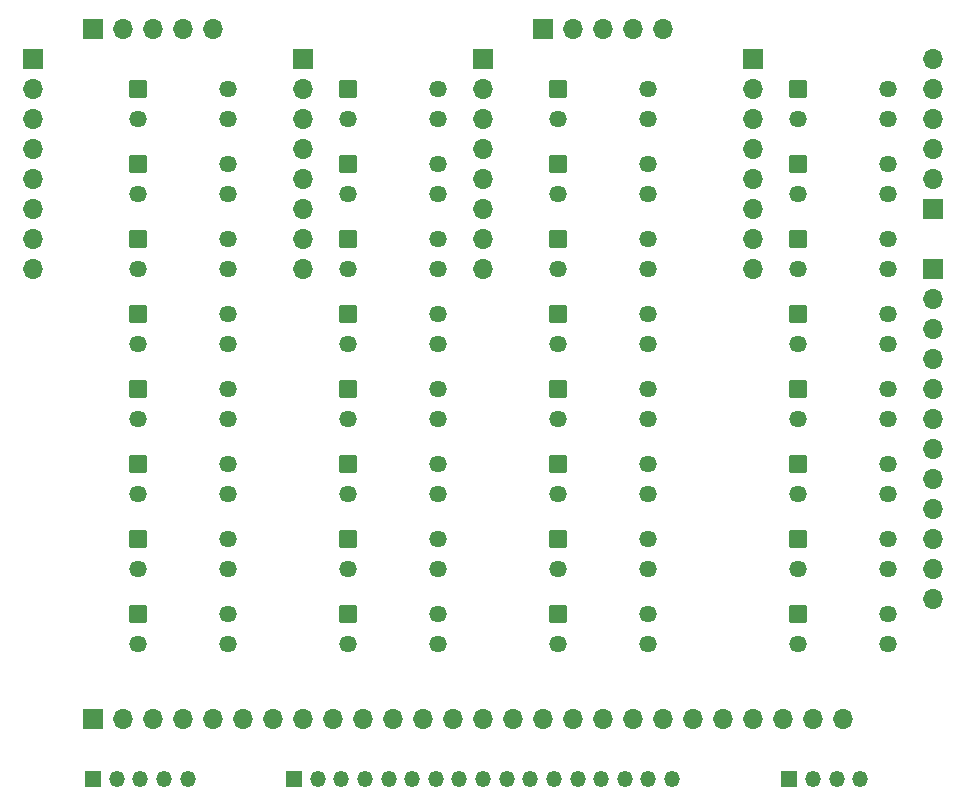
<source format=gbr>
%TF.GenerationSoftware,KiCad,Pcbnew,7.0.1*%
%TF.CreationDate,2023-11-08T17:30:37+01:00*%
%TF.ProjectId,keyboard,6b657962-6f61-4726-942e-6b696361645f,rev?*%
%TF.SameCoordinates,Original*%
%TF.FileFunction,Soldermask,Top*%
%TF.FilePolarity,Negative*%
%FSLAX46Y46*%
G04 Gerber Fmt 4.6, Leading zero omitted, Abs format (unit mm)*
G04 Created by KiCad (PCBNEW 7.0.1) date 2023-11-08 17:30:37*
%MOMM*%
%LPD*%
G01*
G04 APERTURE LIST*
G04 Aperture macros list*
%AMRoundRect*
0 Rectangle with rounded corners*
0 $1 Rounding radius*
0 $2 $3 $4 $5 $6 $7 $8 $9 X,Y pos of 4 corners*
0 Add a 4 corners polygon primitive as box body*
4,1,4,$2,$3,$4,$5,$6,$7,$8,$9,$2,$3,0*
0 Add four circle primitives for the rounded corners*
1,1,$1+$1,$2,$3*
1,1,$1+$1,$4,$5*
1,1,$1+$1,$6,$7*
1,1,$1+$1,$8,$9*
0 Add four rect primitives between the rounded corners*
20,1,$1+$1,$2,$3,$4,$5,0*
20,1,$1+$1,$4,$5,$6,$7,0*
20,1,$1+$1,$6,$7,$8,$9,0*
20,1,$1+$1,$8,$9,$2,$3,0*%
G04 Aperture macros list end*
%ADD10RoundRect,0.102000X-0.630000X-0.630000X0.630000X-0.630000X0.630000X0.630000X-0.630000X0.630000X0*%
%ADD11C,1.464000*%
%ADD12R,1.700000X1.700000*%
%ADD13O,1.700000X1.700000*%
%ADD14O,1.350000X1.350000*%
%ADD15R,1.350000X1.350000*%
G04 APERTURE END LIST*
D10*
%TO.C,Q30*%
X151130000Y-77470000D03*
D11*
X151130000Y-80010000D03*
X158750000Y-80010000D03*
X158750000Y-77470000D03*
%TD*%
D12*
%TO.C,J4*%
X147320000Y-43180000D03*
D13*
X147320000Y-45720000D03*
X147320000Y-48260000D03*
X147320000Y-50800000D03*
X147320000Y-53340000D03*
X147320000Y-55880000D03*
X147320000Y-58420000D03*
X147320000Y-60960000D03*
%TD*%
D12*
%TO.C,J2*%
X109220000Y-43180000D03*
D13*
X109220000Y-45720000D03*
X109220000Y-48260000D03*
X109220000Y-50800000D03*
X109220000Y-53340000D03*
X109220000Y-55880000D03*
X109220000Y-58420000D03*
X109220000Y-60960000D03*
%TD*%
D12*
%TO.C,J7*%
X91440000Y-40640000D03*
D13*
X93980000Y-40640000D03*
X96520000Y-40640000D03*
X99060000Y-40640000D03*
X101600000Y-40640000D03*
%TD*%
D10*
%TO.C,Q7*%
X95250000Y-83820000D03*
D11*
X95250000Y-86360000D03*
X102870000Y-86360000D03*
X102870000Y-83820000D03*
%TD*%
D12*
%TO.C,J9*%
X162560000Y-55880000D03*
D13*
X162560000Y-53340000D03*
X162560000Y-50800000D03*
X162560000Y-48260000D03*
X162560000Y-45720000D03*
X162560000Y-43180000D03*
%TD*%
D14*
%TO.C,J12*%
X156400000Y-104140000D03*
X154400000Y-104140000D03*
X152400000Y-104140000D03*
D15*
X150400000Y-104140000D03*
%TD*%
%TO.C,J11*%
X108460000Y-104140000D03*
D14*
X110460000Y-104140000D03*
X112460000Y-104140000D03*
X114460000Y-104140000D03*
X116460000Y-104140000D03*
X118460000Y-104140000D03*
X120460000Y-104140000D03*
X122460000Y-104140000D03*
X124460000Y-104140000D03*
X126460000Y-104140000D03*
X128460000Y-104140000D03*
X130460000Y-104140000D03*
X132460000Y-104140000D03*
X134460000Y-104140000D03*
X136460000Y-104140000D03*
X138460000Y-104140000D03*
X140460000Y-104140000D03*
%TD*%
D15*
%TO.C,J10*%
X91440000Y-104140000D03*
D14*
X93440000Y-104140000D03*
X95440000Y-104140000D03*
X97440000Y-104140000D03*
X99440000Y-104140000D03*
%TD*%
D12*
%TO.C,J8*%
X129540000Y-40640000D03*
D13*
X132080000Y-40640000D03*
X134620000Y-40640000D03*
X137160000Y-40640000D03*
X139700000Y-40640000D03*
%TD*%
D10*
%TO.C,Q17*%
X130810000Y-45720000D03*
D11*
X130810000Y-48260000D03*
X138430000Y-48260000D03*
X138430000Y-45720000D03*
%TD*%
D10*
%TO.C,Q11*%
X113030000Y-58420000D03*
D11*
X113030000Y-60960000D03*
X120650000Y-60960000D03*
X120650000Y-58420000D03*
%TD*%
D10*
%TO.C,Q24*%
X130810000Y-90170000D03*
D11*
X130810000Y-92710000D03*
X138430000Y-92710000D03*
X138430000Y-90170000D03*
%TD*%
D10*
%TO.C,Q20*%
X130810000Y-64770000D03*
D11*
X130810000Y-67310000D03*
X138430000Y-67310000D03*
X138430000Y-64770000D03*
%TD*%
D10*
%TO.C,Q8*%
X95250000Y-90170000D03*
D11*
X95250000Y-92710000D03*
X102870000Y-92710000D03*
X102870000Y-90170000D03*
%TD*%
D10*
%TO.C,Q13*%
X113030000Y-71120000D03*
D11*
X113030000Y-73660000D03*
X120650000Y-73660000D03*
X120650000Y-71120000D03*
%TD*%
D10*
%TO.C,Q2*%
X95250000Y-52070000D03*
D11*
X95250000Y-54610000D03*
X102870000Y-54610000D03*
X102870000Y-52070000D03*
%TD*%
D10*
%TO.C,Q23*%
X130810000Y-83820000D03*
D11*
X130810000Y-86360000D03*
X138430000Y-86360000D03*
X138430000Y-83820000D03*
%TD*%
D10*
%TO.C,Q32*%
X151130000Y-90170000D03*
D11*
X151130000Y-92710000D03*
X158750000Y-92710000D03*
X158750000Y-90170000D03*
%TD*%
D10*
%TO.C,Q28*%
X151130000Y-64770000D03*
D11*
X151130000Y-67310000D03*
X158750000Y-67310000D03*
X158750000Y-64770000D03*
%TD*%
D10*
%TO.C,Q19*%
X130810000Y-58420000D03*
D11*
X130810000Y-60960000D03*
X138430000Y-60960000D03*
X138430000Y-58420000D03*
%TD*%
D10*
%TO.C,Q18*%
X130810000Y-52070000D03*
D11*
X130810000Y-54610000D03*
X138430000Y-54610000D03*
X138430000Y-52070000D03*
%TD*%
D10*
%TO.C,Q6*%
X95250000Y-77470000D03*
D11*
X95250000Y-80010000D03*
X102870000Y-80010000D03*
X102870000Y-77470000D03*
%TD*%
D10*
%TO.C,Q14*%
X113030000Y-77470000D03*
D11*
X113030000Y-80010000D03*
X120650000Y-80010000D03*
X120650000Y-77470000D03*
%TD*%
D10*
%TO.C,Q27*%
X151130000Y-58420000D03*
D11*
X151130000Y-60960000D03*
X158750000Y-60960000D03*
X158750000Y-58420000D03*
%TD*%
D10*
%TO.C,Q25*%
X151130000Y-45720000D03*
D11*
X151130000Y-48260000D03*
X158750000Y-48260000D03*
X158750000Y-45720000D03*
%TD*%
D10*
%TO.C,Q5*%
X95250000Y-71120000D03*
D11*
X95250000Y-73660000D03*
X102870000Y-73660000D03*
X102870000Y-71120000D03*
%TD*%
D10*
%TO.C,Q29*%
X151130000Y-71120000D03*
D11*
X151130000Y-73660000D03*
X158750000Y-73660000D03*
X158750000Y-71120000D03*
%TD*%
D10*
%TO.C,Q21*%
X130810000Y-71120000D03*
D11*
X130810000Y-73660000D03*
X138430000Y-73660000D03*
X138430000Y-71120000D03*
%TD*%
D10*
%TO.C,Q15*%
X113030000Y-83820000D03*
D11*
X113030000Y-86360000D03*
X120650000Y-86360000D03*
X120650000Y-83820000D03*
%TD*%
D10*
%TO.C,Q12*%
X113030000Y-64770000D03*
D11*
X113030000Y-67310000D03*
X120650000Y-67310000D03*
X120650000Y-64770000D03*
%TD*%
D10*
%TO.C,Q4*%
X95250000Y-64770000D03*
D11*
X95250000Y-67310000D03*
X102870000Y-67310000D03*
X102870000Y-64770000D03*
%TD*%
D10*
%TO.C,Q31*%
X151130000Y-83820000D03*
D11*
X151130000Y-86360000D03*
X158750000Y-86360000D03*
X158750000Y-83820000D03*
%TD*%
D10*
%TO.C,Q26*%
X151130000Y-52070000D03*
D11*
X151130000Y-54610000D03*
X158750000Y-54610000D03*
X158750000Y-52070000D03*
%TD*%
D10*
%TO.C,Q22*%
X130810000Y-77470000D03*
D11*
X130810000Y-80010000D03*
X138430000Y-80010000D03*
X138430000Y-77470000D03*
%TD*%
D10*
%TO.C,Q9*%
X113030000Y-45720000D03*
D11*
X113030000Y-48260000D03*
X120650000Y-48260000D03*
X120650000Y-45720000D03*
%TD*%
D10*
%TO.C,Q16*%
X113030000Y-90170000D03*
D11*
X113030000Y-92710000D03*
X120650000Y-92710000D03*
X120650000Y-90170000D03*
%TD*%
D10*
%TO.C,Q3*%
X95250000Y-58420000D03*
D11*
X95250000Y-60960000D03*
X102870000Y-60960000D03*
X102870000Y-58420000D03*
%TD*%
D10*
%TO.C,Q1*%
X95250000Y-45720000D03*
D11*
X95250000Y-48260000D03*
X102870000Y-48260000D03*
X102870000Y-45720000D03*
%TD*%
D10*
%TO.C,Q10*%
X113030000Y-52070000D03*
D11*
X113030000Y-54610000D03*
X120650000Y-54610000D03*
X120650000Y-52070000D03*
%TD*%
D12*
%TO.C,J1*%
X86360000Y-43180000D03*
D13*
X86360000Y-45720000D03*
X86360000Y-48260000D03*
X86360000Y-50800000D03*
X86360000Y-53340000D03*
X86360000Y-55880000D03*
X86360000Y-58420000D03*
X86360000Y-60960000D03*
%TD*%
D12*
%TO.C,J5*%
X91440000Y-99060000D03*
D13*
X93980000Y-99060000D03*
X96520000Y-99060000D03*
X99060000Y-99060000D03*
X101600000Y-99060000D03*
X104140000Y-99060000D03*
X106680000Y-99060000D03*
X109220000Y-99060000D03*
X111760000Y-99060000D03*
X114300000Y-99060000D03*
X116840000Y-99060000D03*
X119380000Y-99060000D03*
X121920000Y-99060000D03*
X124460000Y-99060000D03*
X127000000Y-99060000D03*
X129540000Y-99060000D03*
X132080000Y-99060000D03*
X134620000Y-99060000D03*
X137160000Y-99060000D03*
X139700000Y-99060000D03*
X142240000Y-99060000D03*
X144780000Y-99060000D03*
X147320000Y-99060000D03*
X149860000Y-99060000D03*
X152400000Y-99060000D03*
X154940000Y-99060000D03*
%TD*%
D12*
%TO.C,J6*%
X162560000Y-60960000D03*
D13*
X162560000Y-63500000D03*
X162560000Y-66040000D03*
X162560000Y-68580000D03*
X162560000Y-71120000D03*
X162560000Y-73660000D03*
X162560000Y-76200000D03*
X162560000Y-78740000D03*
X162560000Y-81280000D03*
X162560000Y-83820000D03*
X162560000Y-86360000D03*
X162560000Y-88900000D03*
%TD*%
D12*
%TO.C,J3*%
X124460000Y-43180000D03*
D13*
X124460000Y-45720000D03*
X124460000Y-48260000D03*
X124460000Y-50800000D03*
X124460000Y-53340000D03*
X124460000Y-55880000D03*
X124460000Y-58420000D03*
X124460000Y-60960000D03*
%TD*%
M02*

</source>
